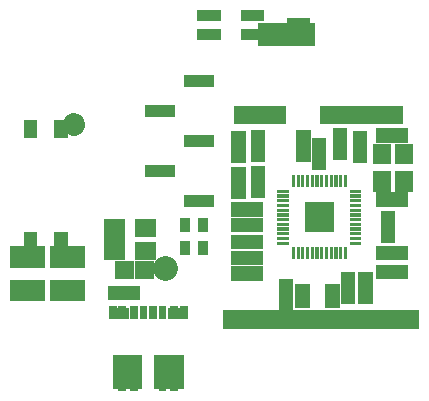
<source format=gbr>
G04 start of page 8 for group -4062 idx -4062 *
G04 Title: bluenodes actor 52832 19, soldermask *
G04 Creator: pcb.exe 20130205 *
G04 CreationDate: 10.05.2017 20:52:52 UTC *
G04 Format: Gerber/RS-274X *
G04 PCB-Dimensions (mil): 1496.06 1299.21 *
G04 PCB-Coordinate-Origin: lower left *
%MOIN*%
%FSLAX25Y25*%
%LNBOTTOMMASK*%
%ADD285C,0.0001*%
%ADD284R,0.0613X0.0613*%
%ADD283R,0.0257X0.0257*%
%ADD282R,0.0986X0.0986*%
%ADD281R,0.0632X0.0632*%
%ADD280R,0.0494X0.0494*%
%ADD279R,0.0748X0.0748*%
%ADD278R,0.0159X0.0159*%
%ADD277R,0.0591X0.0591*%
%ADD276R,0.0106X0.0106*%
%ADD275C,0.0830*%
%ADD274R,0.0376X0.0376*%
%ADD273R,0.0580X0.0580*%
%ADD272R,0.0594X0.0594*%
%ADD271R,0.0360X0.0360*%
%ADD270R,0.0731X0.0731*%
%ADD269R,0.0395X0.0395*%
%ADD268R,0.0375X0.0375*%
%ADD267R,0.0475X0.0475*%
%ADD266C,0.0729*%
%ADD265R,0.0454X0.0454*%
G54D265*X18307Y89567D02*Y87992D01*
X8268Y89567D02*Y87992D01*
G54D266*X22598Y90512D02*Y90315D01*
G54D267*X77559Y68701D02*Y67914D01*
Y73818D02*Y73031D01*
Y80709D02*Y79922D01*
Y85826D02*Y85039D01*
G54D268*X65748Y120472D02*X69685D01*
G54D269*X61378Y84803D02*X67323D01*
X48346Y74803D02*X54291D01*
X48346Y94803D02*X54291D01*
G54D270*X5118Y46062D02*X9448D01*
X5118Y35040D02*X9448D01*
G54D265*X18307Y52165D02*Y50591D01*
X8268Y52165D02*Y50591D01*
G54D270*X18307Y46062D02*X22637D01*
X18307Y35040D02*X22637D01*
G54D269*X61378Y64803D02*X67323D01*
G54D271*X65748Y57390D02*Y56390D01*
X59748Y57390D02*Y56390D01*
X65748Y49713D02*Y48713D01*
X59748Y49713D02*Y48713D01*
G54D272*X46180Y41969D02*X46574D01*
X39488D02*X39882D01*
G54D273*X45899Y48229D02*X47099D01*
G54D274*X55945Y27283D02*X58701D01*
G54D275*X53032Y42480D02*X53033D01*
G54D273*X35699Y48229D02*X36899D01*
X35699Y55829D02*X36899D01*
X45899D02*X47099D01*
G54D269*X61378Y104803D02*X67323D01*
G54D267*X77560Y62008D02*X78347D01*
X82677D02*X83464D01*
G54D276*X91083Y58661D02*X93957D01*
X91083Y60236D02*X93957D01*
X91083Y61811D02*X93957D01*
X91083Y63386D02*X93957D01*
X91083Y64961D02*X93957D01*
X91083Y66535D02*X93957D01*
X91083Y68110D02*X93957D01*
G54D267*X84055Y68898D02*Y68111D01*
Y74015D02*Y73228D01*
Y86023D02*Y85236D01*
Y80906D02*Y80119D01*
G54D277*X78858Y93465D02*X90276D01*
G54D268*X65748Y126772D02*X69685D01*
G54D278*X94685Y124961D02*X100591D01*
G54D279*X95394Y120433D02*X99173D01*
G54D268*X80315Y126772D02*X84252D01*
X80315Y120472D02*X84252D01*
G54D279*X87756Y120433D02*X90157D01*
G54D267*X82637Y45866D02*X83424D01*
X77520D02*X78307D01*
X82677Y51142D02*X83464D01*
X77560D02*X78347D01*
X82677Y56929D02*X83464D01*
X77560D02*X78347D01*
G54D276*X100591Y48878D02*Y46004D01*
X99016Y48878D02*Y46004D01*
X105315Y48878D02*Y46004D01*
X103740Y48878D02*Y46004D01*
X102165Y48878D02*Y46004D01*
X113189Y48878D02*Y46004D01*
X111614Y48878D02*Y46004D01*
X110039Y48878D02*Y46004D01*
X108465Y48878D02*Y46004D01*
X106890Y48878D02*Y46004D01*
G54D280*X98976Y34724D02*Y31575D01*
G54D267*X93307Y31496D02*Y30709D01*
Y36613D02*Y35826D01*
X82637Y40669D02*X83424D01*
X77520D02*X78307D01*
G54D280*X108819Y34724D02*Y31575D01*
G54D267*X113976Y33859D02*Y33072D01*
Y38976D02*Y38189D01*
X119882Y33859D02*Y33072D01*
Y38976D02*Y38189D01*
X125789Y41142D02*X126576D01*
X130906D02*X131693D01*
G54D281*X75394Y25276D02*X134449D01*
G54D267*X127362Y59251D02*Y58464D01*
Y54134D02*Y53347D01*
G54D276*X97441Y48878D02*Y46004D01*
X95866Y48878D02*Y46004D01*
X91083Y50787D02*X93957D01*
X91083Y52362D02*X93957D01*
X91083Y53937D02*X93957D01*
X91083Y55512D02*X93957D01*
X91083Y57087D02*X93957D01*
G54D273*X35699Y52029D02*X36899D01*
G54D267*X36379Y34331D02*X37166D01*
X41496D02*X42283D01*
G54D282*X40492Y8681D02*Y7106D01*
G54D283*X38819Y4646D02*Y2677D01*
G54D282*X54469Y8681D02*Y7106D01*
G54D283*X52205Y4646D02*Y2677D01*
X56142Y4646D02*Y2677D01*
X49055Y28661D02*Y26693D01*
X45906Y28661D02*Y26693D01*
X42756Y28661D02*Y26693D01*
Y4646D02*Y2677D01*
X38819Y28661D02*Y26693D01*
X35669Y28661D02*Y26693D01*
G54D274*X36260Y27283D02*X39016D01*
G54D283*X52205Y28661D02*Y26693D01*
X56142Y28661D02*Y26693D01*
X59291Y28661D02*Y26693D01*
G54D276*X108465Y72894D02*Y70020D01*
X110039Y72894D02*Y70020D01*
X111614Y72894D02*Y70020D01*
X113189Y72894D02*Y70020D01*
G54D284*X132677Y71850D02*Y71063D01*
Y80906D02*Y80118D01*
G54D267*X118098Y85954D02*Y85167D01*
G54D277*X107677Y93661D02*X129528D01*
G54D267*X118098Y80837D02*Y80050D01*
G54D276*X95866Y72894D02*Y70020D01*
X97441Y72894D02*Y70020D01*
X99016Y72894D02*Y70020D01*
X100591Y72894D02*Y70020D01*
X102165Y72894D02*Y70020D01*
X103740Y72894D02*Y70020D01*
X105315Y72894D02*Y70020D01*
X106890Y72894D02*Y70020D01*
G54D267*X99213Y81103D02*Y80316D01*
Y86220D02*Y85433D01*
X104426Y83556D02*Y82769D01*
Y78439D02*Y77652D01*
G54D276*X115098Y60236D02*X117972D01*
X115098Y58661D02*X117972D01*
X115098Y68110D02*X117972D01*
G54D267*X130905Y65354D02*X131692D01*
X125788D02*X126575D01*
G54D276*X115098Y66535D02*X117972D01*
X115098Y64961D02*X117972D01*
X115098Y63386D02*X117972D01*
X115098Y61811D02*X117972D01*
G54D285*G36*
X99602Y64375D02*Y54523D01*
X109454D01*
Y64375D01*
X99602D01*
G37*
G54D276*X115098Y57087D02*X117972D01*
X115098Y55512D02*X117972D01*
X115098Y53937D02*X117972D01*
X115098Y52362D02*X117972D01*
X115098Y50787D02*X117972D01*
G54D267*X130906Y47441D02*X131693D01*
X125789D02*X126576D01*
G54D284*X125394Y71850D02*Y71063D01*
Y80906D02*Y80118D01*
G54D267*X125900Y86678D02*X126687D01*
X131017D02*X131804D01*
X111457Y81811D02*Y81024D01*
Y86928D02*Y86141D01*
M02*

</source>
